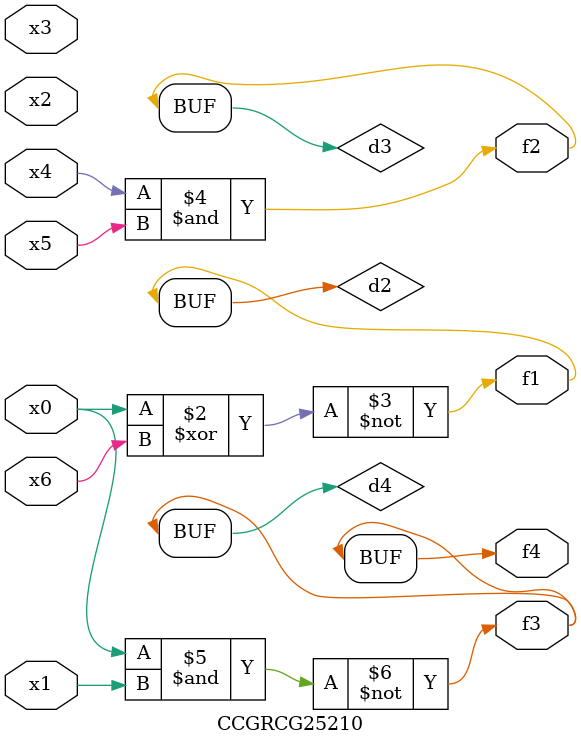
<source format=v>
module CCGRCG25210(
	input x0, x1, x2, x3, x4, x5, x6,
	output f1, f2, f3, f4
);

	wire d1, d2, d3, d4;

	nor (d1, x0);
	xnor (d2, x0, x6);
	and (d3, x4, x5);
	nand (d4, x0, x1);
	assign f1 = d2;
	assign f2 = d3;
	assign f3 = d4;
	assign f4 = d4;
endmodule

</source>
